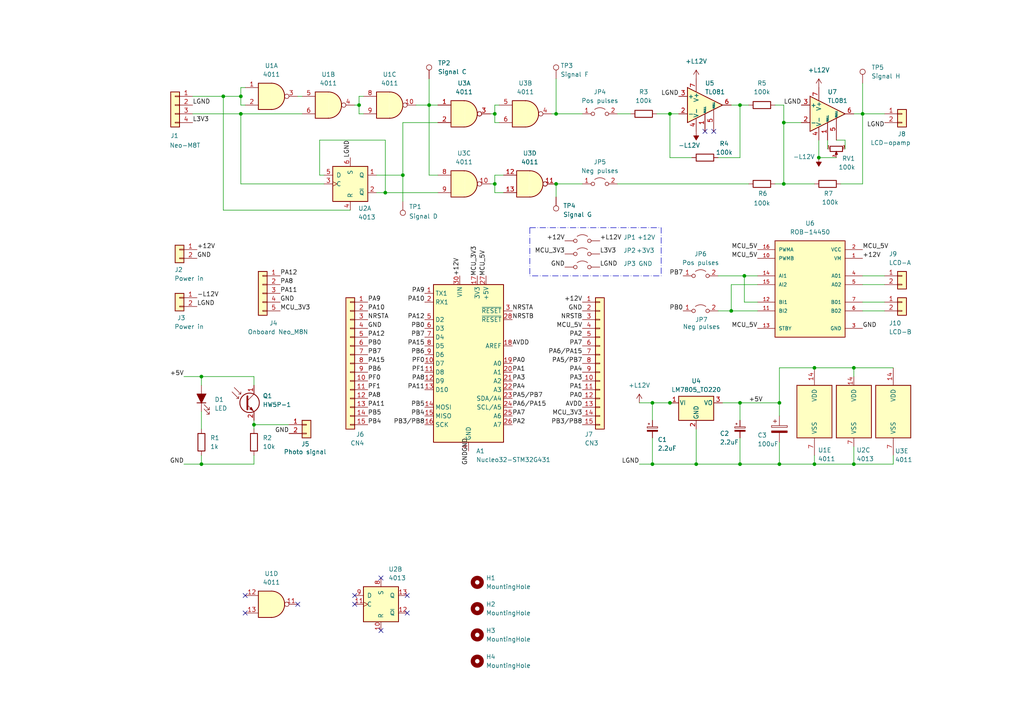
<source format=kicad_sch>
(kicad_sch (version 20231120) (generator "eeschema") (generator_version "8.0")
  (paper "A4")
  (lib_symbols
    (symbol "4xxx:4011" (pin_names (offset 1.016))
      (property "Reference" "U" (at 0 1.27 0))
      (property "Value" "4011" (at 0 -1.27 0))
      (symbol "4011_1_1"
        (pin input line (at -7.62 2.54 0) (length 3.81) (name "~") (number "1"))
        (pin input line (at -7.62 -2.54 0) (length 3.81) (name "~") (number "2"))
        (pin output inverted (at 7.62 0 180) (length 3.81) (name "~") (number "3"))
      )
      (symbol "4011_1_2"
        (pin input inverted (at -7.62 2.54 0) (length 4.318) (name "~") (number "1"))
        (pin input inverted (at -7.62 -2.54 0) (length 4.318) (name "~") (number "2"))
        (pin output line (at 7.62 0 180) (length 3.81) (name "~") (number "3"))
      )
      (symbol "4011_2_1"
        (pin output inverted (at 7.62 0 180) (length 3.81) (name "~") (number "4"))
        (pin input line (at -7.62 2.54 0) (length 3.81) (name "~") (number "5"))
        (pin input line (at -7.62 -2.54 0) (length 3.81) (name "~") (number "6"))
      )
      (symbol "4011_2_2"
        (pin output line (at 7.62 0 180) (length 3.81) (name "~") (number "4"))
        (pin input inverted (at -7.62 2.54 0) (length 4.318) (name "~") (number "5"))
        (pin input inverted (at -7.62 -2.54 0) (length 4.318) (name "~") (number "6"))
      )
      (symbol "4011_3_1"
        (pin output inverted (at 7.62 0 180) (length 3.81) (name "~") (number "10"))
        (pin input line (at -7.62 2.54 0) (length 3.81) (name "~") (number "8"))
        (pin input line (at -7.62 -2.54 0) (length 3.81) (name "~") (number "9"))
      )
      (symbol "4011_3_2"
        (pin output line (at 7.62 0 180) (length 3.81) (name "~") (number "10"))
        (pin input inverted (at -7.62 2.54 0) (length 4.318) (name "~") (number "8"))
        (pin input inverted (at -7.62 -2.54 0) (length 4.318) (name "~") (number "9"))
      )
      (symbol "4011_4_1"
        (pin output inverted (at 7.62 0 180) (length 3.81) (name "~") (number "11"))
        (pin input line (at -7.62 2.54 0) (length 3.81) (name "~") (number "12"))
        (pin input line (at -7.62 -2.54 0) (length 3.81) (name "~") (number "13"))
      )
      (symbol "4011_4_2"
        (pin output line (at 7.62 0 180) (length 3.81) (name "~") (number "11"))
        (pin input inverted (at -7.62 2.54 0) (length 4.318) (name "~") (number "12"))
        (pin input inverted (at -7.62 -2.54 0) (length 4.318) (name "~") (number "13"))
      )
      (symbol "4011_5_0"
        (pin power_in line (at 0 12.7 270) (length 5.08) (name "VDD") (number "14"))
        (pin power_in line (at 0 -12.7 90) (length 5.08) (name "VSS") (number "7"))
      )
    )
    (symbol "4xxx:4013" (pin_names (offset 1.016))
      (property "Reference" "U" (at -7.62 8.89 0))
      (property "Value" "4013" (at -7.62 -8.89 0))
      (symbol "4013_1_1"
        (pin output line (at 7.62 2.54 180) (length 2.54) (name "Q") (number "1"))
        (pin output line (at 7.62 -2.54 180) (length 2.54) (name "~{Q}") (number "2"))
        (pin input clock (at -7.62 0 0) (length 2.54) (name "C") (number "3"))
        (pin input line (at 0 -7.62 90) (length 2.54) (name "R") (number "4"))
        (pin input line (at -7.62 2.54 0) (length 2.54) (name "D") (number "5"))
        (pin input line (at 0 7.62 270) (length 2.54) (name "S") (number "6"))
      )
      (symbol "4013_2_1"
        (pin input line (at 0 -7.62 90) (length 2.54) (name "R") (number "10"))
        (pin input clock (at -7.62 0 0) (length 2.54) (name "C") (number "11"))
        (pin output line (at 7.62 -2.54 180) (length 2.54) (name "~{Q}") (number "12"))
        (pin output line (at 7.62 2.54 180) (length 2.54) (name "Q") (number "13"))
        (pin input line (at 0 7.62 270) (length 2.54) (name "S") (number "8"))
        (pin input line (at -7.62 2.54 0) (length 2.54) (name "D") (number "9"))
      )
      (symbol "4013_3_0"
        (pin power_in line (at 0 10.16 270) (length 2.54) (name "VDD") (number "14"))
        (pin power_in line (at 0 -10.16 90) (length 2.54) (name "VSS") (number "7"))
      )
    )
    (symbol "Amplifier_Operational:TL081" (pin_names (offset 0.127))
      (property "Reference" "U" (at 0 6.35 0))
      (property "Value" "TL081" (at 0 3.81 0))
      (symbol "TL081_1_1"
        (pin input line (at 0 -7.62 90) (length 5.08) (name "NULL") (number "1"))
        (pin input line (at -7.62 -2.54 0) (length 2.54) (name "-") (number "2"))
        (pin input line (at -7.62 2.54 0) (length 2.54) (name "+") (number "3"))
        (pin power_in line (at -2.54 -7.62 90) (length 3.81) (name "V-") (number "4"))
        (pin input line (at 2.54 -7.62 90) (length 6.35) (name "NULL") (number "5"))
        (pin output line (at 7.62 0 180) (length 2.54) (name "~") (number "6"))
        (pin power_in line (at -2.54 7.62 270) (length 3.81) (name "V+") (number "7"))
        (pin no_connect line (at 0 2.54 270) (length 2.54) hide (name "NC") (number "8"))
      )
    )
    (symbol "Conn_01x02_1" (pin_names (offset 1.016) hide)
      (property "Reference" "J" (at 0 2.54 0))
      (property "Value" "Conn_01x02" (at 0 -5.08 0))
      (symbol "Conn_01x02_1_1_1"
        (pin passive line (at -5.08 0 0) (length 3.81) (name "Pin_1") (number "1"))
        (pin passive line (at -5.08 -2.54 0) (length 3.81) (name "Pin_2") (number "2"))
      )
    )
    (symbol "Conn_01x02_2" (pin_names (offset 1.016) hide)
      (property "Reference" "J" (at 0 2.54 0))
      (property "Value" "Conn_01x02" (at 0 -5.08 0))
      (symbol "Conn_01x02_2_1_1"
        (pin passive line (at -5.08 0 0) (length 3.81) (name "Pin_1") (number "1"))
        (pin passive line (at -5.08 -2.54 0) (length 3.81) (name "Pin_2") (number "2"))
      )
    )
    (symbol "Conn_01x02_3" (pin_names (offset 1.016) hide)
      (property "Reference" "J2" (at 0.254 -5.842 0))
      (property "Value" "Power in" (at -2.794 -8.382 0))
      (symbol "Conn_01x02_3_1_1"
        (pin power_out line (at -5.08 0 0) (length 3.81) (name "Pin_1") (number "1"))
        (pin power_out line (at -5.08 -2.54 0) (length 3.81) (name "Pin_2") (number "2"))
      )
    )
    (symbol "Conn_01x02_4" (pin_names (offset 1.016) hide)
      (property "Reference" "J10" (at 0.254 -5.842 0))
      (property "Value" "Power in" (at -2.794 -8.382 0))
      (symbol "Conn_01x02_4_1_1"
        (pin power_out line (at -5.08 0 0) (length 3.81) (name "Pin_1") (number "1"))
        (pin power_in line (at -5.08 -2.54 0) (length 3.81) (name "Pin_2") (number "2"))
      )
    )
    (symbol "Conn_01x04_1" (pin_names (offset 1.016) hide)
      (property "Reference" "J" (at 0 5.08 0))
      (property "Value" "Conn_01x04" (at 0 -7.62 0))
      (symbol "Conn_01x04_1_1_1"
        (pin passive line (at -5.08 2.54 0) (length 3.81) (name "Pin_1") (number "1"))
        (pin passive line (at -5.08 0 0) (length 3.81) (name "Pin_2") (number "2"))
        (pin passive line (at -5.08 -2.54 0) (length 3.81) (name "Pin_3") (number "3"))
        (pin passive line (at -5.08 -5.08 0) (length 3.81) (name "Pin_4") (number "4"))
      )
    )
    (symbol "Connector:TestPoint" (pin_numbers hide) (pin_names (offset 0.762) hide)
      (property "Reference" "TP" (at 0 6.858 0))
      (property "Value" "TestPoint" (at 0 5.08 0))
      (symbol "TestPoint_1_1"
        (pin passive line (at 0 0 90) (length 2.54) (name "1") (number "1"))
      )
    )
    (symbol "Connector_Generic:Conn_01x02" (pin_names (offset 1.016) hide)
      (property "Reference" "J" (at 0 2.54 0))
      (property "Value" "Conn_01x02" (at 0 -5.08 0))
      (symbol "Conn_01x02_1_1"
        (pin passive line (at -5.08 0 0) (length 3.81) (name "Pin_1") (number "1"))
        (pin passive line (at -5.08 -2.54 0) (length 3.81) (name "Pin_2") (number "2"))
      )
    )
    (symbol "Connector_Generic:Conn_01x05" (pin_names (offset 1.016) hide)
      (property "Reference" "J" (at 0 7.62 0))
      (property "Value" "Conn_01x05" (at 0 -7.62 0))
      (symbol "Conn_01x05_1_1"
        (pin passive line (at -5.08 5.08 0) (length 3.81) (name "Pin_1") (number "1"))
        (pin passive line (at -5.08 2.54 0) (length 3.81) (name "Pin_2") (number "2"))
        (pin passive line (at -5.08 0 0) (length 3.81) (name "Pin_3") (number "3"))
        (pin passive line (at -5.08 -2.54 0) (length 3.81) (name "Pin_4") (number "4"))
        (pin passive line (at -5.08 -5.08 0) (length 3.81) (name "Pin_5") (number "5"))
      )
    )
    (symbol "Connector_Generic:Conn_01x15" (pin_names (offset 1.016) hide)
      (property "Reference" "J" (at 0 20.32 0))
      (property "Value" "Conn_01x15" (at 0 -20.32 0))
      (symbol "Conn_01x15_1_1"
        (pin passive line (at -5.08 17.78 0) (length 3.81) (name "Pin_1") (number "1"))
        (pin passive line (at -5.08 -5.08 0) (length 3.81) (name "Pin_10") (number "10"))
        (pin passive line (at -5.08 -7.62 0) (length 3.81) (name "Pin_11") (number "11"))
        (pin passive line (at -5.08 -10.16 0) (length 3.81) (name "Pin_12") (number "12"))
        (pin passive line (at -5.08 -12.7 0) (length 3.81) (name "Pin_13") (number "13"))
        (pin passive line (at -5.08 -15.24 0) (length 3.81) (name "Pin_14") (number "14"))
        (pin passive line (at -5.08 -17.78 0) (length 3.81) (name "Pin_15") (number "15"))
        (pin passive line (at -5.08 15.24 0) (length 3.81) (name "Pin_2") (number "2"))
        (pin passive line (at -5.08 12.7 0) (length 3.81) (name "Pin_3") (number "3"))
        (pin passive line (at -5.08 10.16 0) (length 3.81) (name "Pin_4") (number "4"))
        (pin passive line (at -5.08 7.62 0) (length 3.81) (name "Pin_5") (number "5"))
        (pin passive line (at -5.08 5.08 0) (length 3.81) (name "Pin_6") (number "6"))
        (pin passive line (at -5.08 2.54 0) (length 3.81) (name "Pin_7") (number "7"))
        (pin passive line (at -5.08 0 0) (length 3.81) (name "Pin_8") (number "8"))
        (pin passive line (at -5.08 -2.54 0) (length 3.81) (name "Pin_9") (number "9"))
      )
    )
    (symbol "Device:C_Polarized" (pin_numbers hide) (pin_names (offset 0.254))
      (property "Reference" "C" (at 0.635 2.54 0))
      (property "Value" "C_Polarized" (at 0.635 -2.54 0))
      (symbol "C_Polarized_1_1"
        (pin passive line (at 0 3.81 270) (length 2.794) (name "~") (number "1"))
        (pin passive line (at 0 -3.81 90) (length 2.794) (name "~") (number "2"))
      )
    )
    (symbol "Device:C_Polarized_Small" (pin_numbers hide) (pin_names (offset 0.254) hide)
      (property "Reference" "C" (at 0.254 1.778 0))
      (property "Value" "C_Polarized_Small" (at 0.254 -2.032 0))
      (symbol "C_Polarized_Small_1_1"
        (pin passive line (at 0 2.54 270) (length 1.8542) (name "~") (number "1"))
        (pin passive line (at 0 -2.54 90) (length 1.8542) (name "~") (number "2"))
      )
    )
    (symbol "Device:LED_Filled" (pin_numbers hide) (pin_names (offset 1.016) hide)
      (property "Reference" "D" (at 0 2.54 0))
      (property "Value" "LED_Filled" (at 0 -2.54 0))
      (symbol "LED_Filled_1_1"
        (pin passive line (at -3.81 0 0) (length 2.54) (name "K") (number "1"))
        (pin passive line (at 3.81 0 180) (length 2.54) (name "A") (number "2"))
      )
    )
    (symbol "Device:R" (pin_numbers hide) (pin_names (offset 0))
      (property "Reference" "R" (at 2.032 0 90))
      (property "Value" "R" (at 0 0 90))
      (symbol "R_1_1"
        (pin passive line (at 0 3.81 270) (length 1.27) (name "~") (number "1"))
        (pin passive line (at 0 -3.81 90) (length 1.27) (name "~") (number "2"))
      )
    )
    (symbol "Device:R_Potentiometer_Small" (pin_names (offset 1.016) hide)
      (property "Reference" "RV" (at -4.445 0 90))
      (property "Value" "R_Potentiometer_Small" (at -2.54 0 90))
      (symbol "R_Potentiometer_Small_1_1"
        (pin passive line (at 0 2.54 270) (length 0.635) (name "1") (number "1"))
        (pin passive line (at 2.54 0 180) (length 0.9906) (name "2") (number "2"))
        (pin passive line (at 0 -2.54 90) (length 0.635) (name "3") (number "3"))
      )
    )
    (symbol "Jumper:Jumper_2_Open" (pin_names (offset 0) hide)
      (property "Reference" "JP" (at 0 2.794 0))
      (property "Value" "Jumper_2_Open" (at 0 -2.286 0))
      (symbol "Jumper_2_Open_1_1"
        (pin passive line (at -5.08 0 0) (length 2.54) (name "A") (number "1"))
        (pin passive line (at 5.08 0 180) (length 2.54) (name "B") (number "2"))
      )
    )
    (symbol "Jumper_2_Open_1" (pin_numbers hide) (pin_names (offset 0) hide) (exclude_from_sim yes)
      (property "Reference" "JP3" (at 13.716 1.016 0))
      (property "Value" "GND" (at 18.288 1.016 0))
      (symbol "Jumper_2_Open_1_1_1"
        (pin power_in line (at -5.08 0 0) (length 2.54) (name "A") (number "1"))
        (pin power_out line (at 5.08 0 180) (length 2.54) (name "B") (number "2"))
      )
    )
    (symbol "Jumper_2_Open_2" (pin_numbers hide) (pin_names (offset 0) hide) (exclude_from_sim yes)
      (property "Reference" "JP2" (at 13.716 1.016 0))
      (property "Value" "+3V3" (at 18.288 1.016 0))
      (symbol "Jumper_2_Open_2_1_1"
        (pin power_in line (at -5.08 0 0) (length 2.54) (name "A") (number "1"))
        (pin power_out line (at 5.08 0 180) (length 2.54) (name "B") (number "2"))
      )
    )
    (symbol "Jumper_2_Open_3" (pin_numbers hide) (pin_names (offset 0) hide) (exclude_from_sim yes)
      (property "Reference" "JP1" (at 13.716 1.016 0))
      (property "Value" "+12V" (at 18.542 1.016 0))
      (symbol "Jumper_2_Open_3_1_1"
        (pin power_in line (at -5.08 0 0) (length 2.54) (name "A") (number "1"))
        (pin power_out line (at 5.08 0 180) (length 2.54) (name "B") (number "2"))
      )
    )
    (symbol "MCU_Module:Arduino_Nano_Every"
      (property "Reference" "A" (at -10.16 23.495 0))
      (property "Value" "Arduino_Nano_Every" (at 5.08 -24.13 0))
      (symbol "Arduino_Nano_Every_1_1"
        (pin bidirectional line (at -12.7 20.32 0) (length 2.54) (name "TX1") (number "1"))
        (pin bidirectional line (at -12.7 0 0) (length 2.54) (name "D7") (number "10"))
        (pin bidirectional line (at -12.7 -2.54 0) (length 2.54) (name "D8") (number "11"))
        (pin bidirectional line (at -12.7 -5.08 0) (length 2.54) (name "D9") (number "12"))
        (pin bidirectional line (at -12.7 -7.62 0) (length 2.54) (name "D10") (number "13"))
        (pin bidirectional line (at -12.7 -12.7 0) (length 2.54) (name "MOSI") (number "14"))
        (pin bidirectional line (at -12.7 -15.24 0) (length 2.54) (name "MISO") (number "15"))
        (pin bidirectional line (at -12.7 -17.78 0) (length 2.54) (name "SCK") (number "16"))
        (pin power_out line (at 2.54 25.4 270) (length 2.54) (name "3V3") (number "17"))
        (pin input line (at 12.7 5.08 180) (length 2.54) (name "AREF") (number "18"))
        (pin bidirectional line (at 12.7 0 180) (length 2.54) (name "A0") (number "19"))
        (pin bidirectional line (at -12.7 17.78 0) (length 2.54) (name "RX1") (number "2"))
        (pin bidirectional line (at 12.7 -2.54 180) (length 2.54) (name "A1") (number "20"))
        (pin bidirectional line (at 12.7 -5.08 180) (length 2.54) (name "A2") (number "21"))
        (pin bidirectional line (at 12.7 -7.62 180) (length 2.54) (name "A3") (number "22"))
        (pin bidirectional line (at 12.7 -10.16 180) (length 2.54) (name "SDA/A4") (number "23"))
        (pin bidirectional line (at 12.7 -12.7 180) (length 2.54) (name "SCL/A5") (number "24"))
        (pin bidirectional line (at 12.7 -15.24 180) (length 2.54) (name "A6") (number "25"))
        (pin bidirectional line (at 12.7 -17.78 180) (length 2.54) (name "A7") (number "26"))
        (pin power_out line (at 5.08 25.4 270) (length 2.54) (name "+5V") (number "27"))
        (pin input line (at 12.7 12.7 180) (length 2.54) (name "~{RESET}") (number "28"))
        (pin passive line (at 0 -25.4 90) (length 2.54) hide (name "GND") (number "29"))
        (pin input line (at 12.7 15.24 180) (length 2.54) (name "~{RESET}") (number "3"))
        (pin power_in line (at -2.54 25.4 270) (length 2.54) (name "VIN") (number "30"))
        (pin power_in line (at 0 -25.4 90) (length 2.54) (name "GND") (number "4"))
        (pin bidirectional line (at -12.7 12.7 0) (length 2.54) (name "D2") (number "5"))
        (pin bidirectional line (at -12.7 10.16 0) (length 2.54) (name "D3") (number "6"))
        (pin bidirectional line (at -12.7 7.62 0) (length 2.54) (name "D4") (number "7"))
        (pin bidirectional line (at -12.7 5.08 0) (length 2.54) (name "D5") (number "8"))
        (pin bidirectional line (at -12.7 2.54 0) (length 2.54) (name "D6") (number "9"))
      )
    )
    (symbol "Mechanical:MountingHole" (pin_names (offset 1.016)) (exclude_from_sim yes) (in_bom no)
      (property "Reference" "H" (at 0 5.08 0))
      (property "Value" "MountingHole" (at 0 3.175 0))
    )
    (symbol "Regulator_Linear:LM7805_TO220" (pin_names (offset 0.254))
      (property "Reference" "U" (at -3.81 3.175 0))
      (property "Value" "LM7805_TO220" (at 0 3.175 0))
      (symbol "LM7805_TO220_1_1"
        (pin power_in line (at -7.62 0 0) (length 2.54) (name "VI") (number "1"))
        (pin power_in line (at 0 -7.62 90) (length 2.54) (name "GND") (number "2"))
        (pin power_out line (at 7.62 0 180) (length 2.54) (name "VO") (number "3"))
      )
    )
    (symbol "Sensor_Optical:BPW40" (pin_names (offset 0) hide)
      (property "Reference" "Q" (at 5.08 1.27 0))
      (property "Value" "BPW40" (at 5.08 -1.27 0))
      (symbol "BPW40_1_1"
        (pin passive line (at 2.54 5.08 270) (length 2.54) (name "C") (number "1"))
        (pin passive line (at 2.54 -5.08 90) (length 2.54) (name "E") (number "2"))
      )
    )
    (symbol "TB6612_Motor_Driver_Module:ROB-14450" (pin_names (offset 1.016))
      (property "Reference" "U5" (at 0 20.32 0))
      (property "Value" "ROB-14450" (at 0 17.78 0))
      (symbol "ROB-14450_0_0"
        (pin power_in line (at 15.24 10.16 180) (length 5.08) (name "VM") (number "1"))
        (pin input line (at -15.24 10.16 0) (length 5.08) (name "PWMB") (number "10"))
        (pin input line (at -15.24 -5.08 0) (length 5.08) (name "BI2") (number "11"))
        (pin input line (at -15.24 -2.54 0) (length 5.08) (name "BI1") (number "12"))
        (pin input line (at -15.24 -10.16 0) (length 5.08) (name "STBY") (number "13"))
        (pin input line (at -15.24 5.08 0) (length 5.08) (name "AI1") (number "14"))
        (pin input line (at -15.24 2.54 0) (length 5.08) (name "AI2") (number "15"))
        (pin input line (at -15.24 12.7 0) (length 5.08) (name "PWMA") (number "16"))
        (pin power_in line (at 15.24 12.7 180) (length 5.08) (name "VCC") (number "2"))
        (pin power_in line (at 15.24 -10.16 180) (length 5.08) (name "GND") (number "3"))
        (pin output line (at 15.24 5.08 180) (length 5.08) (name "A01") (number "4"))
        (pin output line (at 15.24 2.54 180) (length 5.08) (name "A02") (number "5"))
        (pin output line (at 15.24 -5.08 180) (length 5.08) (name "B02") (number "6"))
        (pin output line (at 15.24 -2.54 180) (length 5.08) (name "B01") (number "7"))
        (pin power_in line (at 15.24 -10.16 180) (length 5.08) hide (name "GND") (number "8"))
        (pin power_in line (at 15.24 -10.16 180) (length 5.08) hide (name "GND") (number "9"))
      )
    )
    (symbol "power:+12V" (power) (pin_numbers hide) (pin_names (offset 0) hide)
      (property "Value" "+12V" (at 0 3.556 0))
      (symbol "+12V_1_1"
        (pin power_in line (at 0 0 90) (length 0) (name "~") (number "1"))
      )
    )
    (symbol "power:-12V" (power) (pin_numbers hide) (pin_names (offset 0) hide)
      (property "Value" "-12V" (at 0 3.556 0))
      (symbol "-12V_0_0"
        (pin power_in line (at 0 0 90) (length 0) (name "~") (number "1"))
      )
    )
  )
  (junction (at 194.31 116.84))
  (junction (at 227.33 35.56))
  (junction (at 161.29 53.34))
  (junction (at 189.23 116.84))
  (junction (at 236.22 106.68))
  (junction (at 143.51 53.34))
  (junction (at 250.19 33.02))
  (junction (at 189.23 134.62))
  (junction (at 215.9 80.01))
  (junction (at 69.85 27.94))
  (junction (at 64.77 27.94))
  (junction (at 124.46 30.48))
  (junction (at 226.06 116.84))
  (junction (at 58.42 109.22))
  (junction (at 214.63 30.48))
  (junction (at 212.09 90.17))
  (junction (at 69.85 33.02))
  (junction (at 214.63 116.84))
  (junction (at 143.51 33.02))
  (junction (at 227.33 53.34))
  (junction (at 247.65 134.62))
  (junction (at 73.66 123.19))
  (junction (at 214.63 134.62))
  (junction (at 161.29 33.02))
  (junction (at 58.42 134.62))
  (junction (at 104.14 30.48))
  (junction (at 236.22 134.62))
  (junction (at 116.84 50.8))
  (junction (at 247.65 106.68))
  (junction (at 201.93 134.62))
  (junction (at 237.49 45.72))
  (junction (at 194.31 33.02))
  (junction (at 111.76 55.88))
  (junction (at 226.06 134.62))
  (no_connect (at 86.36 175.26))
  (no_connect (at 118.11 177.8))
  (no_connect (at 71.12 177.8))
  (no_connect (at 71.12 172.72))
  (no_connect (at 102.87 175.26))
  (no_connect (at 207.01 38.1))
  (no_connect (at 204.47 38.1))
  (no_connect (at 110.49 167.64))
  (no_connect (at 118.11 172.72))
  (no_connect (at 110.49 182.88))
  (no_connect (at 102.87 172.72))
  (wire (pts (xy 109.22 50.8) (xy 116.84 50.8)))
  (wire (pts (xy 250.19 33.02) (xy 256.54 33.02)))
  (wire (pts (xy 58.42 109.22) (xy 73.66 109.22)))
  (wire (pts (xy 69.85 27.94) (xy 69.85 30.48)))
  (wire (pts (xy 93.98 53.34) (xy 69.85 53.34)))
  (wire (pts (xy 86.36 27.94) (xy 87.63 27.94)))
  (wire (pts (xy 73.66 123.19) (xy 73.66 124.46)))
  (wire (pts (xy 194.31 33.02) (xy 196.85 33.02)))
  (wire (pts (xy 247.65 129.54) (xy 247.65 134.62)))
  (wire (pts (xy 143.51 35.56) (xy 144.78 35.56)))
  (wire (pts (xy 224.79 30.48) (xy 227.33 30.48)))
  (wire (pts (xy 250.19 90.17) (xy 256.54 90.17)))
  (wire (pts (xy 189.23 134.62) (xy 201.93 134.62)))
  (wire (pts (xy 146.05 50.8) (xy 143.51 50.8)))
  (wire (pts (xy 73.66 121.92) (xy 73.66 123.19)))
  (wire (pts (xy 242.57 40.64) (xy 245.11 40.64)))
  (wire (pts (xy 226.06 116.84) (xy 226.06 106.68)))
  (wire (pts (xy 161.29 33.02) (xy 168.91 33.02)))
  (wire (pts (xy 185.42 134.62) (xy 189.23 134.62)))
  (wire (pts (xy 250.19 33.02) (xy 250.19 53.34)))
  (wire (pts (xy 64.77 27.94) (xy 64.77 60.96)))
  (wire (pts (xy 124.46 22.86) (xy 124.46 30.48)))
  (wire (pts (xy 116.84 35.56) (xy 116.84 50.8)))
  (wire (pts (xy 142.24 53.34) (xy 143.51 53.34)))
  (wire (pts (xy 208.28 90.17) (xy 212.09 90.17)))
  (wire (pts (xy 101.6 60.96) (xy 64.77 60.96)))
  (wire (pts (xy 214.63 116.84) (xy 226.06 116.84)))
  (wire (pts (xy 116.84 50.8) (xy 116.84 58.42)))
  (wire (pts (xy 209.55 116.84) (xy 214.63 116.84)))
  (wire (pts (xy 236.22 132.08) (xy 236.22 134.62)))
  (wire (pts (xy 194.31 33.02) (xy 194.31 45.72)))
  (wire (pts (xy 214.63 30.48) (xy 217.17 30.48)))
  (wire (pts (xy 58.42 109.22) (xy 58.42 111.76)))
  (wire (pts (xy 73.66 132.08) (xy 73.66 134.62)))
  (wire (pts (xy 58.42 134.62) (xy 73.66 134.62)))
  (wire (pts (xy 179.07 53.34) (xy 217.17 53.34)))
  (wire (pts (xy 69.85 30.48) (xy 71.12 30.48)))
  (wire (pts (xy 105.41 27.94) (xy 104.14 27.94)))
  (wire (pts (xy 161.29 53.34) (xy 161.29 57.15)))
  (wire (pts (xy 127 35.56) (xy 116.84 35.56)))
  (wire (pts (xy 208.28 45.72) (xy 214.63 45.72)))
  (wire (pts (xy 259.08 134.62) (xy 259.08 132.08)))
  (wire (pts (xy 53.34 109.22) (xy 58.42 109.22)))
  (wire (pts (xy 227.33 53.34) (xy 236.22 53.34)))
  (wire (pts (xy 92.71 50.8) (xy 92.71 40.64)))
  (wire (pts (xy 212.09 82.55) (xy 212.09 90.17)))
  (wire (pts (xy 71.12 25.4) (xy 69.85 25.4)))
  (wire (pts (xy 214.63 116.84) (xy 214.63 121.92)))
  (wire (pts (xy 226.06 120.65) (xy 226.06 116.84)))
  (wire (pts (xy 104.14 33.02) (xy 105.41 33.02)))
  (wire (pts (xy 111.76 55.88) (xy 127 55.88)))
  (wire (pts (xy 219.71 82.55) (xy 212.09 82.55)))
  (wire (pts (xy 250.19 82.55) (xy 256.54 82.55)))
  (wire (pts (xy 212.09 90.17) (xy 219.71 90.17)))
  (wire (pts (xy 247.65 134.62) (xy 236.22 134.62)))
  (wire (pts (xy 226.06 128.27) (xy 226.06 134.62)))
  (wire (pts (xy 143.51 50.8) (xy 143.51 53.34)))
  (wire (pts (xy 160.02 33.02) (xy 161.29 33.02)))
  (wire (pts (xy 143.51 55.88) (xy 146.05 55.88)))
  (wire (pts (xy 104.14 27.94) (xy 104.14 30.48)))
  (wire (pts (xy 201.93 124.46) (xy 201.93 134.62)))
  (wire (pts (xy 227.33 30.48) (xy 227.33 35.56)))
  (wire (pts (xy 214.63 127) (xy 214.63 134.62)))
  (wire (pts (xy 73.66 109.22) (xy 73.66 111.76)))
  (wire (pts (xy 189.23 116.84) (xy 189.23 121.92)))
  (wire (pts (xy 104.14 30.48) (xy 104.14 33.02)))
  (wire (pts (xy 226.06 134.62) (xy 214.63 134.62)))
  (wire (pts (xy 55.88 33.02) (xy 69.85 33.02)))
  (wire (pts (xy 243.84 53.34) (xy 250.19 53.34)))
  (wire (pts (xy 247.65 33.02) (xy 250.19 33.02)))
  (wire (pts (xy 208.28 80.01) (xy 215.9 80.01)))
  (wire (pts (xy 111.76 40.64) (xy 111.76 55.88)))
  (wire (pts (xy 259.08 134.62) (xy 247.65 134.62)))
  (wire (pts (xy 93.98 50.8) (xy 92.71 50.8)))
  (wire (pts (xy 226.06 134.62) (xy 236.22 134.62)))
  (wire (pts (xy 215.9 87.63) (xy 219.71 87.63)))
  (wire (pts (xy 143.51 33.02) (xy 143.51 35.56)))
  (wire (pts (xy 240.03 43.18) (xy 240.03 40.64)))
  (wire (pts (xy 124.46 30.48) (xy 127 30.48)))
  (wire (pts (xy 53.34 134.62) (xy 58.42 134.62)))
  (wire (pts (xy 104.14 30.48) (xy 102.87 30.48)))
  (wire (pts (xy 185.42 116.84) (xy 189.23 116.84)))
  (wire (pts (xy 215.9 80.01) (xy 219.71 80.01)))
  (wire (pts (xy 242.57 45.72) (xy 237.49 45.72)))
  (wire (pts (xy 214.63 134.62) (xy 201.93 134.62)))
  (wire (pts (xy 224.79 53.34) (xy 227.33 53.34)))
  (wire (pts (xy 143.51 30.48) (xy 143.51 33.02)))
  (wire (pts (xy 55.88 27.94) (xy 64.77 27.94)))
  (wire (pts (xy 247.65 106.68) (xy 259.08 106.68)))
  (wire (pts (xy 161.29 22.86) (xy 161.29 33.02)))
  (wire (pts (xy 189.23 127) (xy 189.23 134.62)))
  (wire (pts (xy 144.78 30.48) (xy 143.51 30.48)))
  (wire (pts (xy 200.66 45.72) (xy 194.31 45.72)))
  (wire (pts (xy 195.58 116.84) (xy 194.31 116.84)))
  (wire (pts (xy 73.66 123.19) (xy 83.82 123.19)))
  (wire (pts (xy 250.19 87.63) (xy 256.54 87.63)))
  (wire (pts (xy 190.5 33.02) (xy 194.31 33.02)))
  (wire (pts (xy 58.42 119.38) (xy 58.42 124.46)))
  (wire (pts (xy 214.63 30.48) (xy 214.63 45.72)))
  (wire (pts (xy 250.19 80.01) (xy 256.54 80.01)))
  (wire (pts (xy 143.51 53.34) (xy 143.51 55.88)))
  (wire (pts (xy 215.9 80.01) (xy 215.9 87.63)))
  (wire (pts (xy 179.07 33.02) (xy 182.88 33.02)))
  (wire (pts (xy 227.33 35.56) (xy 232.41 35.56)))
  (wire (pts (xy 92.71 40.64) (xy 111.76 40.64)))
  (wire (pts (xy 250.19 24.13) (xy 250.19 33.02)))
  (wire (pts (xy 58.42 132.08) (xy 58.42 134.62)))
  (wire (pts (xy 64.77 27.94) (xy 69.85 27.94)))
  (wire (pts (xy 143.51 33.02) (xy 142.24 33.02)))
  (wire (pts (xy 236.22 106.68) (xy 247.65 106.68)))
  (wire (pts (xy 227.33 35.56) (xy 227.33 53.34)))
  (wire (pts (xy 69.85 33.02) (xy 87.63 33.02)))
  (wire (pts (xy 237.49 45.72) (xy 237.49 40.64)))
  (wire (pts (xy 247.65 106.68) (xy 247.65 109.22)))
  (wire (pts (xy 127 50.8) (xy 124.46 50.8)))
  (wire (pts (xy 120.65 30.48) (xy 124.46 30.48)))
  (wire (pts (xy 124.46 30.48) (xy 124.46 50.8)))
  (wire (pts (xy 245.11 43.18) (xy 245.11 40.64)))
  (wire (pts (xy 226.06 106.68) (xy 236.22 106.68)))
  (wire (pts (xy 161.29 53.34) (xy 168.91 53.34)))
  (wire (pts (xy 69.85 33.02) (xy 69.85 53.34)))
  (wire (pts (xy 189.23 116.84) (xy 194.31 116.84)))
  (wire (pts (xy 109.22 55.88) (xy 111.76 55.88)))
  (wire (pts (xy 212.09 30.48) (xy 214.63 30.48)))
  (wire (pts (xy 69.85 25.4) (xy 69.85 27.94)))
  (rectangle (start 153.67 66.04) (end 191.77 80.01) (stroke (width 0) (type dash_dot)))
  (label "PB6" (at 106.68 107.95 0))
  (label "PA7" (at 168.91 100.33 180))
  (label "PA6{slash}PA15" (at 168.91 102.87 180))
  (label "PA0" (at 168.91 115.57 180))
  (label "PA7" (at 148.59 120.65 0))
  (label "LGND" (at 185.42 134.62 180))
  (label "PF1" (at 106.68 113.03 0))
  (label "GND" (at 106.68 95.25 0))
  (label "PF0" (at 123.19 105.41 180))
  (label "MCU_3V3" (at 138.43 80.01 90))
  (label "PB4" (at 106.68 123.19 0))
  (label "MCU_5V" (at 140.97 80.01 90))
  (label "PB7" (at 198.12 80.01 180))
  (label "NRSTB" (at 168.91 92.71 180))
  (label "PA11" (at 81.28 85.09 0))
  (label "PB4" (at 123.19 120.65 180))
  (label "GND" (at 81.28 87.63 0))
  (label "+12V" (at 163.83 69.85 180))
  (label "+12V" (at 168.91 87.63 180))
  (label "PA4" (at 168.91 107.95 180))
  (label "NRSTA" (at 106.68 92.71 0))
  (label "L3V3" (at 173.99 73.66 0))
  (label "PA3" (at 168.91 110.49 180))
  (label "MCU_3V3" (at 81.28 90.17 0))
  (label "+L12V" (at 173.99 69.85 0))
  (label "MCU_5V" (at 219.71 74.93 180))
  (label "PB5" (at 123.19 118.11 180))
  (label "PA12" (at 81.28 80.01 0))
  (label "PA2" (at 148.59 123.19 0))
  (label "+5V" (at 217.17 116.84 0))
  (label "PB3{slash}PB8" (at 168.91 123.19 180))
  (label "+5V" (at 53.34 109.22 180))
  (label "PA15" (at 123.19 100.33 180))
  (label "GND" (at 135.89 130.81 270))
  (label "PA8" (at 81.28 82.55 0))
  (label "MCU_5V" (at 219.71 72.39 180))
  (label "PA6{slash}PA15" (at 148.59 118.11 0))
  (label "PA3" (at 148.59 110.49 0))
  (label "L3V3" (at 55.88 35.56 0))
  (label "PA8" (at 123.19 110.49 180))
  (label "PA1" (at 148.59 107.95 0))
  (label "PA10" (at 123.19 87.63 180))
  (label "PA5{slash}PB7" (at 168.91 105.41 180))
  (label "PB0" (at 198.12 90.17 180))
  (label "PB0" (at 106.68 100.33 0))
  (label "PA8" (at 106.68 115.57 0))
  (label "LGND" (at 256.54 35.56 180))
  (label "MCU_5V" (at 219.71 95.25 180))
  (label "PA12" (at 106.68 97.79 0))
  (label "GND" (at 83.82 125.73 180))
  (label "PA10" (at 106.68 90.17 0))
  (label "+12V" (at 250.19 74.93 0))
  (label "PF0" (at 106.68 110.49 0))
  (label "PA5{slash}PB7" (at 148.59 115.57 0))
  (label "PA2" (at 168.91 97.79 180))
  (label "-L12V" (at 57.15 86.36 0))
  (label "GND" (at 163.83 77.47 180))
  (label "LGND" (at 57.15 88.9 0))
  (label "PA12" (at 123.19 92.71 180))
  (label "+12V" (at 133.35 80.01 90))
  (label "PA4" (at 148.59 113.03 0))
  (label "NRSTB" (at 148.59 92.71 0))
  (label "LGND" (at 232.41 30.48 180))
  (label "LGND" (at 55.88 30.48 0))
  (label "LGND" (at 173.99 77.47 0))
  (label "PB7" (at 123.19 97.79 180))
  (label "PB7" (at 106.68 102.87 0))
  (label "LGND" (at 196.85 27.94 180))
  (label "MCU_3V3" (at 168.91 120.65 180))
  (label "PA11" (at 123.19 113.03 180))
  (label "AVDD" (at 148.59 100.33 0))
  (label "MCU_5V" (at 250.19 72.39 0))
  (label "LGND" (at 101.6 45.72 90))
  (label "GND" (at 250.19 95.25 0))
  (label "PA15" (at 106.68 105.41 0))
  (label "GND" (at 57.15 74.93 0))
  (label "PF1" (at 123.19 107.95 180))
  (label "GND" (at 135.89 127 270))
  (label "GND" (at 168.91 90.17 180))
  (label "PA9" (at 123.19 85.09 180))
  (label "MCU_3V3" (at 163.83 73.66 180))
  (label "PB3{slash}PB8" (at 123.19 123.19 180))
  (label "+12V" (at 57.15 72.39 0))
  (label "AVDD" (at 168.91 118.11 180))
  (label "PA1" (at 168.91 113.03 180))
  (label "NRSTA" (at 148.59 90.17 0))
  (label "PB0" (at 123.19 95.25 180))
  (label "PA11" (at 106.68 118.11 0))
  (label "GND" (at 53.34 134.62 180))
  (label "MCU_5V" (at 168.91 95.25 180))
  (label "PA9" (at 106.68 87.63 0))
  (label "PB6" (at 123.19 102.87 180))
  (label "PA0" (at 148.59 105.41 0))
  (label "PB5" (at 106.68 120.65 0))
  (symbol (lib_id "Jumper:Jumper_2_Open") (at 173.99 53.34 0) (unit 1)
    (property "Reference" "JP5" (at 173.99 46.99 0))
    (property "Value" "Neg pulses" (at 173.99 49.53 0))
    (property "Footprint" "TestPoint:TestPoint_2Pads_Pitch2.54mm_Drill0.8mm" (effects (hide yes)))
    (property "Description" "Jumper, 2-pole, open" (effects (hide yes)))
  )
  (symbol (lib_id "Connector_Generic:Conn_01x15") (at 101.6 105.41 0) (mirror y) (unit 1)
    (property "Reference" "J6" (at 105.664 125.984 0) (effects (justify left)))
    (property "Value" "CN4" (at 105.664 128.524 0) (effects (justify left)))
    (property "Footprint" "Connector_PinSocket_2.54mm:PinSocket_1x15_P2.54mm_Vertical" (effects (hide yes)))
    (property "Description" "Generic connector, single row, 01x15, script generated (kicad-library-utils/schlib/autogen/connector/)" (effects (hide yes)))
  )
  (symbol (lib_id "TB6612_Motor_Driver_Module:ROB-14450") (at 234.95 85.09 0) (unit 1)
    (property "Reference" "U6" (at 234.95 64.77 0))
    (property "Value" "ROB-14450" (at 234.95 67.31 0))
    (property "Footprint" "TB6612_Module_ROB-144450:TB6612_Module_ROB-14450" (effects (hide yes)))
    (property "MF" "SparkFun Electronics" (effects (hide yes)))
    (property "Description_1" "\nTB6612FNG Motor Controller/Driver Power Management Evaluation Board\n" (effects (hide yes)))
    (property "Package" "None" (effects (hide yes)))
    (property "Price" "None" (effects (hide yes)))
    (property "Check_prices" "https://www.snapeda.com/parts/ROB-14450/SparkFun+Electronics/view-part/?ref=eda" (effects (hide yes)))
    (property "STANDARD" "Manufacturer Recommendation" (effects (hide yes)))
    (property "PARTREV" "11-13-17" (effects (hide yes)))
    (property "SnapEDA_Link" "https://www.snapeda.com/parts/ROB-14450/SparkFun+Electronics/view-part/?ref=snap" (effects (hide yes)))
    (property "MP" "ROB-14450" (effects (hide yes)))
    (property "Purchase-URL" "https://www.snapeda.com/api/url_track_click_mouser/?unipart_id=2656367&manufacturer=SparkFun Electronics&part_name=ROB-14450&search_term=None" (effects (hide yes)))
    (property "Availability" "In Stock" (effects (hide yes)))
    (property "MANUFACTURER" "Sparkfun Electronics" (effects (hide yes)))
  )
  (symbol (lib_id "Device:R") (at 220.98 53.34 90) (unit 1)
    (property "Reference" "R6" (at 221.234 56.134 90))
    (property "Value" "100k" (at 220.98 58.928 90))
    (property "Footprint" "Resistor_THT:R_Axial_DIN0207_L6.3mm_D2.5mm_P10.16mm_Horizontal" (effects (hide yes)))
  )
  (symbol (lib_id "Amplifier_Operational:TL081") (at 240.03 33.02 0) (unit 1)
    (property "Reference" "U7" (at 240.03 26.67 0) (effects (justify left)))
    (property "Value" "TL081" (at 240.03 29.21 0) (effects (justify left)))
    (property "Footprint" "Package_DIP:CERDIP-8_W7.62mm_SideBrazed" (effects (hide yes)))
    (property "Datasheet" "http://www.ti.com/lit/ds/symlink/tl081.pdf" (effects (hide yes)))
    (property "Description" "Single JFET-Input Operational Amplifiers, DIP-8/SOIC-8" (effects (hide yes)))
  )
  (symbol (lib_id "4xxx:4011") (at 236.22 119.38 0) (unit 5)
    (property "Reference" "U1" (at 237.236 130.556 0) (effects (justify left)))
    (property "Value" "4011" (at 237.236 133.096 0) (effects (justify left)))
    (property "Footprint" "Package_DIP:CERDIP-14_W7.62mm_SideBrazed" (effects (hide yes)))
    (property "Datasheet" "http://www.intersil.com/content/dam/Intersil/documents/cd40/cd4011bms-12bms-23bms.pdf" (effects (hide yes)))
  )
  (symbol (lib_id "Connector_Generic:Conn_01x02") (at 261.62 33.02 0) (unit 1)
    (property "Reference" "J8" (at 260.35 38.862 0) (effects (justify left)))
    (property "Value" "LCD-opamp" (at 252.476 41.402 0) (effects (justify left)))
    (property "Footprint" "Connector_PinSocket_2.54mm:PinSocket_1x02_P2.54mm_Vertical" (effects (hide yes)))
    (property "Description" "Generic connector, single row, 01x02, script generated (kicad-library-utils/schlib/autogen/connector/)" (effects (hide yes)))
  )
  (symbol (lib_id "Jumper:Jumper_2_Open") (at 203.2 90.17 0) (unit 1)
    (property "Reference" "JP7" (at 203.454 92.71 0))
    (property "Value" "Neg pulses" (at 203.454 94.742 0))
    (property "Footprint" "TestPoint:TestPoint_2Pads_Pitch2.54mm_Drill0.8mm" (effects (hide yes)))
    (property "Description" "Jumper, 2-pole, open" (effects (hide yes)))
  )
  (symbol (lib_id "Device:LED_Filled") (at 58.42 115.57 90) (unit 1) (on_board no)
    (property "Reference" "D1" (at 62.23 115.8875 90) (effects (justify right)))
    (property "Value" "LED" (at 62.23 118.4275 90) (effects (justify right)))
    (property "Footprint" "LED_THT:LED_D5.0mm" (effects (hide yes)))
  )
  (symbol (lib_id "Connector_Generic:Conn_01x15") (at 173.99 105.41 0) (unit 1)
    (property "Reference" "J7" (at 169.5786 125.9865 0) (effects (justify left)))
    (property "Value" "CN3" (at 169.5786 128.5265 0) (effects (justify left)))
    (property "Footprint" "Connector_PinSocket_2.54mm:PinSocket_1x15_P2.54mm_Vertical" (effects (hide yes)))
    (property "Description" "Generic connector, single row, 01x15, script generated (kicad-library-utils/schlib/autogen/connector/)" (effects (hide yes)))
  )
  (symbol (lib_id "Connector:TestPoint") (at 161.29 22.86 0) (unit 1)
    (property "Reference" "TP3" (at 162.56 19.05 0) (effects (justify left)))
    (property "Value" "Signal F" (at 162.56 21.59 0) (effects (justify left)))
    (property "Footprint" "TestPoint:TestPoint_THTPad_D1.5mm_Drill0.7mm" (effects (hide yes)))
  )
  (symbol (lib_id "Connector:TestPoint") (at 161.29 57.15 0) (mirror x) (unit 1)
    (property "Reference" "TP4" (at 163.322 59.69 0) (effects (justify left)))
    (property "Value" "Signal G" (at 163.322 62.23 0) (effects (justify left)))
    (property "Footprint" "TestPoint:TestPoint_THTPad_D1.5mm_Drill0.7mm" (effects (hide yes)))
  )
  (symbol (lib_id "Mechanical:MountingHole") (at 138.43 168.91 0) (unit 1) (exclude_from_sim yes) (in_bom no)
    (property "Reference" "H1" (at 140.97 167.6399 0) (effects (justify left)))
    (property "Value" "MountingHole" (at 140.97 170.1799 0) (effects (justify left)))
    (property "Footprint" "MountingHole:MountingHole_3.2mm_M3_ISO14580" (effects (hide yes)))
    (property "Description" "Mounting Hole without connection" (effects (hide yes)))
  )
  (symbol (lib_name "Jumper_2_Open_2") (lib_id "Jumper:Jumper_2_Open") (at 168.91 73.66 0) (unit 1) (exclude_from_sim yes)
    (property "Reference" "JP2" (at 182.626 72.644 0))
    (property "Value" "+3V3" (at 187.198 72.644 0))
    (property "Footprint" "Variants:TestPoint_Bridge_Pitch5.08mm_Drill0.7mm" (effects (hide yes)))
    (property "Description" "Jumper, 2-pole, open" (effects (hide yes)))
  )
  (symbol (lib_name "Conn_01x04_1") (lib_id "Connector_Generic:Conn_01x04") (at 50.8 30.48 0) (mirror y) (unit 1)
    (property "Reference" "J1" (at 51.816 39.37 0) (effects (justify left)))
    (property "Value" "Neo-M8T" (at 58.166 42.164 0) (effects (justify left)))
    (property "Footprint" "Connector_PinSocket_2.54mm:PinSocket_1x04_P2.54mm_Vertical" (effects (hide yes)))
    (property "Description" "Generic connector, single row, 01x04, script generated (kicad-library-utils/schlib/autogen/connector/)" (effects (hide yes)))
  )
  (symbol (lib_id "4xxx:4013") (at 247.65 119.38 0) (unit 3)
    (property "Reference" "U2" (at 248.412 130.556 0) (effects (justify left)))
    (property "Value" "4013" (at 248.412 133.096 0) (effects (justify left)))
    (property "Footprint" "Package_DIP:CERDIP-14_W7.62mm_SideBrazed" (effects (hide yes)))
    (property "Datasheet" "http://www.onsemi.com/pub/Collateral/MC14013B-D.PDF" (effects (hide yes)))
  )
  (symbol (lib_id "Connector:TestPoint") (at 250.19 24.13 0) (unit 1)
    (property "Reference" "TP5" (at 252.73 19.558 0) (effects (justify left)))
    (property "Value" "Signal H" (at 252.73 22.098 0) (effects (justify left)))
    (property "Footprint" "TestPoint:TestPoint_THTPad_D1.5mm_Drill0.7mm" (effects (hide yes)))
  )
  (symbol (lib_id "Device:R") (at 73.66 128.27 0) (unit 1) (on_board no)
    (property "Reference" "R2" (at 76.2 126.9999 0) (effects (justify left)))
    (property "Value" "10k" (at 76.2 129.5399 0) (effects (justify left)))
    (property "Footprint" "Resistor_THT:R_Axial_DIN0207_L6.3mm_D2.5mm_P10.16mm_Horizontal" (effects (hide yes)))
    (property "Description" "Resistor" (effects (hide yes)))
  )
  (symbol (lib_id "Device:R_Potentiometer_Small") (at 242.57 43.18 90) (mirror x) (unit 1)
    (property "Reference" "RV1" (at 246.126 45.974 90))
    (property "Value" "100k" (at 245.618 48.514 90))
    (property "Footprint" "Potentiometer_THT:Potentiometer_Vishay_T73XW_Horizontal" (effects (hide yes)))
    (property "Description" "Potentiometer" (effects (hide yes)))
  )
  (symbol (lib_name "Jumper_2_Open_1") (lib_id "Jumper:Jumper_2_Open") (at 168.91 77.47 0) (unit 1) (exclude_from_sim yes)
    (property "Reference" "JP3" (at 182.626 76.454 0))
    (property "Value" "GND" (at 187.198 76.454 0))
    (property "Footprint" "Variants:TestPoint_Bridge_Pitch5.08mm_Drill0.7mm" (effects (hide yes)))
    (property "Description" "Jumper, 2-pole, open" (effects (hide yes)))
  )
  (symbol (lib_id "Jumper:Jumper_2_Open") (at 203.2 80.01 0) (unit 1)
    (property "Reference" "JP6" (at 203.2 73.66 0))
    (property "Value" "Pos pulses" (at 203.2 76.2 0))
    (property "Footprint" "TestPoint:TestPoint_2Pads_Pitch2.54mm_Drill0.8mm" (effects (hide yes)))
    (property "Description" "Jumper, 2-pole, open" (effects (hide yes)))
  )
  (symbol (lib_name "Conn_01x02_2") (lib_id "Connector_Generic:Conn_01x02") (at 88.9 123.19 0) (unit 1) (on_board no)
    (property "Reference" "J5" (at 87.376 128.778 0) (effects (justify left)))
    (property "Value" "Photo signal" (at 82.296 131.064 0) (effects (justify left)))
    (property "Footprint" "TestPoint:TestPoint_THTPad_D1.5mm_Drill0.7mm" (effects (hide yes)))
    (property "Description" "Generic connector, single row, 01x02, script generated (kicad-library-utils/schlib/autogen/connector/)" (effects (hide yes)))
  )
  (symbol (lib_name "Conn_01x02_1") (lib_id "Connector_Generic:Conn_01x02") (at 261.62 80.01 0) (unit 1)
    (property "Reference" "J9" (at 257.81 73.66 0) (effects (justify left)))
    (property "Value" "LCD-A" (at 257.81 76.2 0) (effects (justify left)))
    (property "Footprint" "Connector_PinSocket_2.54mm:PinSocket_1x02_P2.54mm_Vertical" (effects (hide yes)))
    (property "Description" "Generic connector, single row, 01x02, script generated (kicad-library-utils/schlib/autogen/connector/)" (effects (hide yes)))
  )
  (symbol (lib_id "Mechanical:MountingHole") (at 138.43 176.53 0) (unit 1) (exclude_from_sim yes) (in_bom no)
    (property "Reference" "H2" (at 140.97 175.2599 0) (effects (justify left)))
    (property "Value" "MountingHole" (at 140.97 177.7999 0) (effects (justify left)))
    (property "Footprint" "MountingHole:MountingHole_3.2mm_M3_ISO14580" (effects (hide yes)))
    (property "Description" "Mounting Hole without connection" (effects (hide yes)))
  )
  (symbol (lib_id "Device:R") (at 240.03 53.34 90) (unit 1)
    (property "Reference" "R7" (at 240.284 56.134 90))
    (property "Value" "100k" (at 240.792 58.674 90))
    (property "Footprint" "Resistor_THT:R_Axial_DIN0207_L6.3mm_D2.5mm_P10.16mm_Horizontal" (effects (hide yes)))
  )
  (symbol (lib_id "power:+12V") (at 201.93 22.86 0) (unit 1)
    (property "Reference" "#PWR02" (effects (hide yes)))
    (property "Value" "+L12V" (at 201.93 17.78 0))
    (property "Description" "Power symbol creates a global label with name \"+12V\"" (effects (hide yes)))
  )
  (symbol (lib_id "power:+12V") (at 185.42 116.84 0) (unit 1)
    (property "Reference" "#PWR01" (effects (hide yes)))
    (property "Value" "+L12V" (at 185.42 111.76 0))
    (property "Description" "Power symbol creates a global label with name \"+12V\"" (effects (hide yes)))
  )
  (symbol (lib_id "4xxx:4011") (at 152.4 33.02 0) (unit 2)
    (property "Reference" "U3" (at 152.3917 24.13 0))
    (property "Value" "4011" (at 152.3917 26.67 0))
    (property "Footprint" "Package_DIP:CERDIP-14_W7.62mm_SideBrazed" (effects (hide yes)))
    (property "Datasheet" "http://www.intersil.com/content/dam/Intersil/documents/cd40/cd4011bms-12bms-23bms.pdf" (effects (hide yes)))
  )
  (symbol (lib_id "power:-12V") (at 237.49 45.72 0) (mirror x) (unit 1)
    (property "Reference" "#PWR05" (effects (hide yes)))
    (property "Value" "-L12V" (at 233.172 45.466 0))
    (property "Description" "Power symbol creates a global label with name \"-12V\"" (effects (hide yes)))
  )
  (symbol (lib_id "Amplifier_Operational:TL081") (at 204.47 30.48 0) (unit 1)
    (property "Reference" "U5" (at 204.47 24.13 0) (effects (justify left)))
    (property "Value" "TL081" (at 204.47 26.67 0) (effects (justify left)))
    (property "Footprint" "Package_DIP:CERDIP-8_W7.62mm_SideBrazed" (effects (hide yes)))
    (property "Datasheet" "http://www.ti.com/lit/ds/symlink/tl081.pdf" (effects (hide yes)))
    (property "Description" "Single JFET-Input Operational Amplifiers, DIP-8/SOIC-8" (effects (hide yes)))
  )
  (symbol (lib_id "Connector:TestPoint") (at 124.46 22.86 0) (unit 1)
    (property "Reference" "TP2" (at 127 18.288 0) (effects (justify left)))
    (property "Value" "Signal C" (at 127 20.828 0) (effects (justify left)))
    (property "Footprint" "TestPoint:TestPoint_THTPad_D1.5mm_Drill0.7mm" (effects (hide yes)))
  )
  (symbol (lib_id "Device:R") (at 58.42 128.27 0) (unit 1) (on_board no)
    (property "Reference" "R1" (at 60.96 126.9999 0) (effects (justify left)))
    (property "Value" "1k" (at 60.96 129.5399 0) (effects (justify left)))
    (property "Footprint" "Resistor_THT:R_Axial_DIN0207_L6.3mm_D2.5mm_P10.16mm_Horizontal" (effects (hide yes)))
  )
  (symbol (lib_id "Sensor_Optical:BPW40") (at 71.12 116.84 0) (unit 1) (on_board no)
    (property "Reference" "Q1" (at 76.2 114.8206 0) (effects (justify left)))
    (property "Value" "HW5P-1" (at 76.2 117.3606 0) (effects (justify left)))
    (property "Footprint" "LED_THT:LED_D5.0mm_Clear" (effects (hide yes)))
    (property "Description" "Phototransistor NPN" (effects (hide yes)))
  )
  (symbol (lib_id "Mechanical:MountingHole") (at 138.43 191.77 0) (unit 1) (exclude_from_sim yes) (in_bom no)
    (property "Reference" "H4" (at 140.97 190.4999 0) (effects (justify left)))
    (property "Value" "MountingHole" (at 140.97 193.0399 0) (effects (justify left)))
    (property "Footprint" "MountingHole:MountingHole_3.2mm_M3_ISO14580" (effects (hide yes)))
    (property "Description" "Mounting Hole without connection" (effects (hide yes)))
  )
  (symbol (lib_id "4xxx:4011") (at 113.03 30.48 0) (unit 3)
    (property "Reference" "U1" (at 113.0217 21.59 0))
    (property "Value" "4011" (at 113.0217 24.13 0))
    (property "Footprint" "Package_DIP:CERDIP-14_W7.62mm_SideBrazed" (effects (hide yes)))
    (property "Datasheet" "http://www.intersil.com/content/dam/Intersil/documents/cd40/cd4011bms-12bms-23bms.pdf" (effects (hide yes)))
  )
  (symbol (lib_id "4xxx:4011") (at 95.25 30.48 0) (unit 2)
    (property "Reference" "U1" (at 95.2417 21.59 0))
    (property "Value" "4011" (at 95.2417 24.13 0))
    (property "Footprint" "Package_DIP:CERDIP-14_W7.62mm_SideBrazed" (effects (hide yes)))
    (property "Datasheet" "http://www.intersil.com/content/dam/Intersil/documents/cd40/cd4011bms-12bms-23bms.pdf" (effects (hide yes)))
  )
  (symbol (lib_id "4xxx:4011") (at 78.74 27.94 0) (unit 1)
    (property "Reference" "U1" (at 78.7317 19.05 0))
    (property "Value" "4011" (at 78.7317 21.59 0))
    (property "Footprint" "Package_DIP:CERDIP-14_W7.62mm_SideBrazed" (effects (hide yes)))
    (property "Datasheet" "http://www.intersil.com/content/dam/Intersil/documents/cd40/cd4011bms-12bms-23bms.pdf" (effects (hide yes)))
  )
  (symbol (lib_id "Connector_Generic:Conn_01x05") (at 76.2 85.09 0) (mirror y) (unit 1)
    (property "Reference" "J4" (at 80.518 93.726 0) (effects (justify left)))
    (property "Value" "Onboard Neo_M8N" (at 89.408 96.266 0) (effects (justify left)))
    (property "Footprint" "Neo-M8N_Module:Neo-M8N_1x05_P2.50mm_Horizontal" (effects (hide yes)))
    (property "Description" "Generic connector, single row, 01x05, script generated (kicad-library-utils/schlib/autogen/connector/)" (effects (hide yes)))
  )
  (symbol (lib_id "Connector:TestPoint") (at 116.84 58.42 0) (mirror x) (unit 1)
    (property "Reference" "TP1" (at 118.618 59.944 0) (effects (justify left)))
    (property "Value" "Signal D" (at 118.618 62.738 0) (effects (justify left)))
    (property "Footprint" "TestPoint:TestPoint_THTPad_D1.5mm_Drill0.7mm" (effects (hide yes)))
  )
  (symbol (lib_id "4xxx:4013") (at 101.6 53.34 0) (unit 1)
    (property "Reference" "U2" (at 103.886 60.452 0) (effects (justify left)))
    (property "Value" "4013" (at 103.886 62.992 0) (effects (justify left)))
    (property "Footprint" "Package_DIP:CERDIP-14_W7.62mm_SideBrazed" (effects (hide yes)))
    (property "Datasheet" "http://www.onsemi.com/pub/Collateral/MC14013B-D.PDF" (effects (hide yes)))
  )
  (symbol (lib_id "4xxx:4011") (at 134.62 53.34 0) (unit 3)
    (property "Reference" "U3" (at 134.6117 44.45 0))
    (property "Value" "4011" (at 134.6117 46.99 0))
    (property "Footprint" "Package_DIP:CERDIP-14_W7.62mm_SideBrazed" (effects (hide yes)))
    (property "Datasheet" "http://www.intersil.com/content/dam/Intersil/documents/cd40/cd4011bms-12bms-23bms.pdf" (effects (hide yes)))
  )
  (symbol (lib_id "MCU_Module:Arduino_Nano_Every") (at 135.89 105.41 0) (unit 1)
    (property "Reference" "A1" (at 138.0841 130.81 0) (effects (justify left)))
    (property "Value" "Nucleo32-STM32G431" (at 138.0841 133.35 0) (effects (justify left)))
    (property "Footprint" "Module:Arduino_Nano" (effects (hide yes)))
    (property "Datasheet" "https://content.arduino.cc/assets/NANOEveryV3.0_sch.pdf" (effects (hide yes)))
    (property "Description" "Arduino Nano Every" (effects (hide yes)))
  )
  (symbol (lib_id "Mechanical:MountingHole") (at 138.43 184.15 0) (unit 1) (exclude_from_sim yes) (in_bom no)
    (property "Reference" "H3" (at 140.97 182.8799 0) (effects (justify left)))
    (property "Value" "MountingHole" (at 140.97 185.4199 0) (effects (justify left)))
    (property "Footprint" "MountingHole:MountingHole_3.2mm_M3_ISO14580" (effects (hide yes)))
    (property "Description" "Mounting Hole without connection" (effects (hide yes)))
  )
  (symbol (lib_name "Conn_01x02_1") (lib_id "Connector_Generic:Conn_01x02") (at 261.62 87.63 0) (unit 1)
    (property "Reference" "J10" (at 257.81 93.726 0) (effects (justify left)))
    (property "Value" "LCD-B" (at 257.81 96.266 0) (effects (justify left)))
    (property "Footprint" "Connector_PinSocket_2.54mm:PinSocket_1x02_P2.54mm_Vertical" (effects (hide yes)))
    (property "Description" "Generic connector, single row, 01x02, script generated (kicad-library-utils/schlib/autogen/connector/)" (effects (hide yes)))
  )
  (symbol (lib_id "4xxx:4011") (at 78.74 175.26 0) (unit 4)
    (property "Reference" "U1" (at 78.7317 166.37 0))
    (property "Value" "4011" (at 78.7317 168.91 0))
    (property "Footprint" "Package_DIP:CERDIP-14_W7.62mm_SideBrazed" (effects (hide yes)))
    (property "Datasheet" "http://www.intersil.com/content/dam/Intersil/documents/cd40/cd4011bms-12bms-23bms.pdf" (effects (hide yes)))
    (property "Description" "Quad Nand 2 inputs" (effects (hide yes)))
  )
  (symbol (lib_name "Conn_01x02_3") (lib_id "Connector_Generic:Conn_01x02") (at 52.07 72.39 0) (mirror y) (unit 1)
    (property "Reference" "J2" (at 51.816 78.232 0))
    (property "Value" "Power in" (at 54.864 80.772 0))
    (property "Footprint" "Connector_PinHeader_2.54mm:PinHeader_1x02_P2.54mm_Vertical" (effects (hide yes)))
    (property "Description" "Generic connector, single row, 01x02, script generated (kicad-library-utils/schlib/autogen/connector/)" (effects (hide yes)))
  )
  (symbol (lib_id "4xxx:4011") (at 259.08 119.38 0) (unit 5)
    (property "Reference" "U3" (at 259.588 130.81 0) (effects (justify left)))
    (property "Value" "4011" (at 259.588 133.35 0) (effects (justify left)))
    (property "Footprint" "Package_DIP:CERDIP-14_W7.62mm_SideBrazed" (effects (hide yes)))
    (property "Datasheet" "http://www.intersil.com/content/dam/Intersil/documents/cd40/cd4011bms-12bms-23bms.pdf" (effects (hide yes)))
  )
  (symbol (lib_id "Device:C_Polarized_Small") (at 214.63 124.46 0) (unit 1)
    (property "Reference" "C2" (at 208.788 125.73 0) (effects (justify left)))
    (property "Value" "2.2uF" (at 208.788 128.27 0) (effects (justify left)))
    (property "Footprint" "Capacitor_THT:CP_Radial_D4.0mm_P1.50mm" (effects (hide yes)))
    (property "Description" "Polarized capacitor, small symbol" (effects (hide yes)))
  )
  (symbol (lib_id "4xxx:4011") (at 134.62 33.02 0) (unit 1)
    (property "Reference" "U3" (at 134.6117 24.13 0))
    (property "Value" "4011" (at 134.6117 26.67 0))
    (property "Footprint" "Package_DIP:CERDIP-14_W7.62mm_SideBrazed" (effects (hide yes)))
    (property "Datasheet" "http://www.intersil.com/content/dam/Intersil/documents/cd40/cd4011bms-12bms-23bms.pdf" (effects (hide yes)))
  )
  (symbol (lib_id "power:+12V") (at 237.49 25.4 0) (unit 1)
    (property "Reference" "#PWR04" (effects (hide yes)))
    (property "Value" "+L12V" (at 237.49 20.32 0))
    (property "Description" "Power symbol creates a global label with name \"+12V\"" (effects (hide yes)))
  )
  (symbol (lib_id "Regulator_Linear:LM7805_TO220") (at 201.93 116.84 0) (unit 1)
    (property "Reference" "U4" (at 201.93 110.49 0))
    (property "Value" "LM7805_TO220" (at 201.93 113.03 0))
    (property "Footprint" "Package_TO_SOT_THT:TO-220-3_Vertical" (effects (hide yes)))
    (property "Datasheet" "https://www.onsemi.cn/PowerSolutions/document/MC7800-D.PDF" (effects (hide yes)))
    (property "Description" "Positive 1A 35V Linear Regulator, Fixed Output 5V, TO-220" (effects (hide yes)))
  )
  (symbol (lib_id "Device:C_Polarized") (at 226.06 124.46 0) (unit 1)
    (property "Reference" "C3" (at 219.71 126.238 0) (effects (justify left)))
    (property "Value" "100uF" (at 219.71 128.778 0) (effects (justify left)))
    (property "Footprint" "Capacitor_THT:CP_Radial_D8.0mm_P2.50mm" (effects (hide yes)))
    (property "Description" "Polarized capacitor" (effects (hide yes)))
  )
  (symbol (lib_id "power:-12V") (at 201.93 38.1 0) (mirror x) (unit 1)
    (property "Reference" "#PWR03" (effects (hide yes)))
    (property "Value" "-L12V" (at 199.898 42.164 0))
    (property "Description" "Power symbol creates a global label with name \"-12V\"" (effects (hide yes)))
  )
  (symbol (lib_id "Device:R") (at 186.69 33.02 90) (unit 1)
    (property "Reference" "R3" (at 186.69 26.67 90))
    (property "Value" "100k" (at 186.69 29.21 90))
    (property "Footprint" "Resistor_THT:R_Axial_DIN0207_L6.3mm_D2.5mm_P10.16mm_Horizontal" (effects (hide yes)))
  )
  (symbol (lib_id "Device:C_Polarized_Small") (at 189.23 124.46 0) (unit 1)
    (property "Reference" "C1" (at 190.754 127.508 0) (effects (justify left)))
    (property "Value" "2.2uF" (at 190.754 130.048 0) (effects (justify left)))
    (property "Footprint" "Capacitor_THT:CP_Radial_D4.0mm_P1.50mm" (effects (hide yes)))
    (property "Description" "Polarized capacitor, small symbol" (effects (hide yes)))
  )
  (symbol (lib_id "4xxx:4011") (at 153.67 53.34 0) (unit 4)
    (property "Reference" "U3" (at 153.6617 44.45 0))
    (property "Value" "4011" (at 153.6617 46.99 0))
    (property "Footprint" "Package_DIP:CERDIP-14_W7.62mm_SideBrazed" (effects (hide yes)))
    (property "Datasheet" "http://www.intersil.com/content/dam/Intersil/documents/cd40/cd4011bms-12bms-23bms.pdf" (effects (hide yes)))
    (property "Description" "Quad Nand 2 inputs" (effects (hide yes)))
  )
  (symbol (lib_id "Jumper:Jumper_2_Open") (at 173.99 33.02 0) (unit 1)
    (property "Reference" "JP4" (at 173.99 26.67 0))
    (property "Value" "Pos pulses" (at 173.99 29.21 0))
    (property "Footprint" "TestPoint:TestPoint_2Pads_Pitch2.54mm_Drill0.8mm" (effects (hide yes)))
    (property "Description" "Jumper, 2-pole, open" (effects (hide yes)))
  )
  (symbol (lib_name "Jumper_2_Open_3") (lib_id "Jumper:Jumper_2_Open") (at 168.91 69.85 0) (unit 1) (exclude_from_sim yes)
    (property "Reference" "JP1" (at 182.626 68.834 0))
    (property "Value" "+12V" (at 187.452 68.834 0))
    (property "Footprint" "Variants:TestPoint_Bridge_Pitch5.08mm_Drill0.7mm" (effects (hide yes)))
    (property "Description" "Jumper, 2-pole, open" (effects (hide yes)))
  )
  (symbol (lib_name "Conn_01x02_4") (lib_id "Connector_Generic:Conn_01x02") (at 52.07 86.36 0) (mirror y) (unit 1)
    (property "Reference" "J3" (at 52.578 92.202 0))
    (property "Value" "Power in" (at 54.864 94.742 0))
    (property "Footprint" "Connector_PinHeader_2.54mm:PinHeader_1x02_P2.54mm_Vertical" (effects (hide yes)))
    (property "Description" "Generic connector, single row, 01x02, script generated (kicad-library-utils/schlib/autogen/connector/)" (effects (hide yes)))
  )
  (symbol (lib_id "Device:R") (at 220.98 30.48 90) (unit 1)
    (property "Reference" "R5" (at 220.98 24.13 90))
    (property "Value" "100k" (at 220.98 26.67 90))
    (property "Footprint" "Resistor_THT:R_Axial_DIN0207_L6.3mm_D2.5mm_P10.16mm_Horizontal" (effects (hide yes)))
  )
  (symbol (lib_id "Device:R") (at 204.47 45.72 90) (unit 1)
    (property "Reference" "R4" (at 210.058 41.656 90))
    (property "Value" "100k" (at 210.058 44.196 90))
    (property "Footprint" "Resistor_THT:R_Axial_DIN0207_L6.3mm_D2.5mm_P10.16mm_Horizontal" (effects (hide yes)))
  )
  (symbol (lib_id "4xxx:4013") (at 110.49 175.26 0) (unit 2)
    (property "Reference" "U2" (at 112.6841 165.1 0) (effects (justify left)))
    (property "Value" "4013" (at 112.6841 167.64 0) (effects (justify left)))
    (property "Footprint" "Package_DIP:CERDIP-14_W7.62mm_SideBrazed" (effects (hide yes)))
    (property "Datasheet" "http://www.onsemi.com/pub/Collateral/MC14013B-D.PDF" (effects (hide yes)))
    (property "Description" "Dual D  FlipFlop, Set & reset" (effects (hide yes)))
  )
)
</source>
